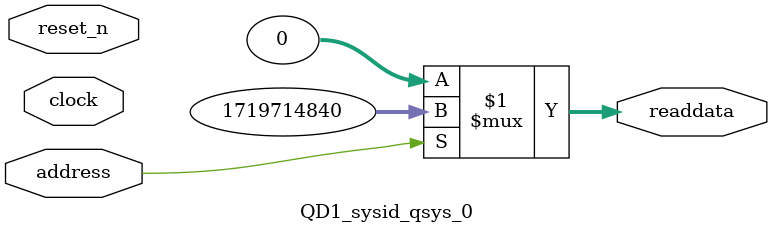
<source format=v>



// synthesis translate_off
`timescale 1ns / 1ps
// synthesis translate_on

// turn off superfluous verilog processor warnings 
// altera message_level Level1 
// altera message_off 10034 10035 10036 10037 10230 10240 10030 

module QD1_sysid_qsys_0 (
               // inputs:
                address,
                clock,
                reset_n,

               // outputs:
                readdata
             )
;

  output  [ 31: 0] readdata;
  input            address;
  input            clock;
  input            reset_n;

  wire    [ 31: 0] readdata;
  //control_slave, which is an e_avalon_slave
  assign readdata = address ? 1719714840 : 0;

endmodule



</source>
